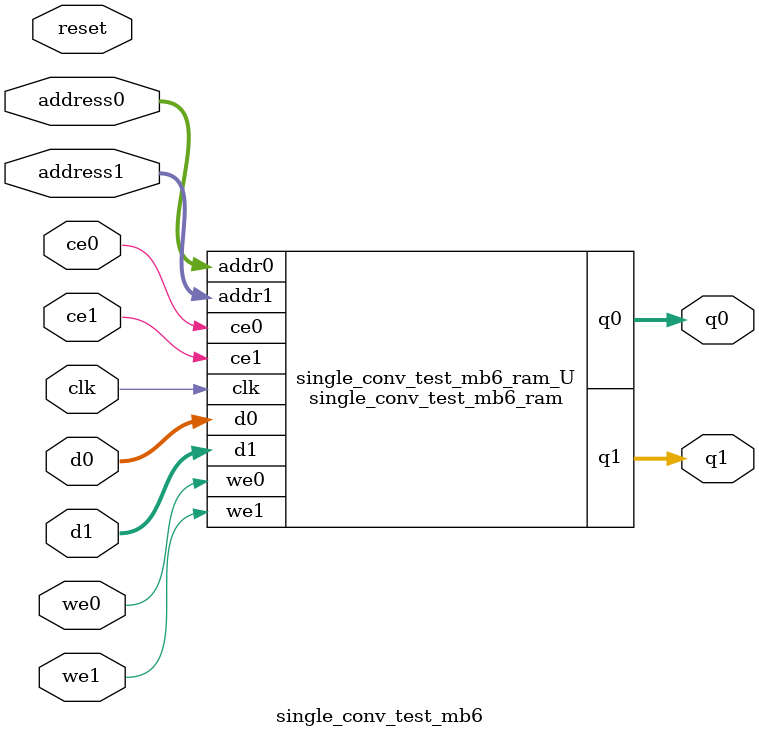
<source format=v>
`timescale 1 ns / 1 ps
module single_conv_test_mb6_ram (addr0, ce0, d0, we0, q0, addr1, ce1, d1, we1, q1,  clk);

parameter DWIDTH = 32;
parameter AWIDTH = 6;
parameter MEM_SIZE = 64;

input[AWIDTH-1:0] addr0;
input ce0;
input[DWIDTH-1:0] d0;
input we0;
output reg[DWIDTH-1:0] q0;
input[AWIDTH-1:0] addr1;
input ce1;
input[DWIDTH-1:0] d1;
input we1;
output reg[DWIDTH-1:0] q1;
input clk;

(* ram_style = "block" *)reg [DWIDTH-1:0] ram[0:MEM_SIZE-1];




always @(posedge clk)  
begin 
    if (ce0) 
    begin
        if (we0) 
        begin 
            ram[addr0] <= d0; 
        end 
        q0 <= ram[addr0];
    end
end


always @(posedge clk)  
begin 
    if (ce1) 
    begin
        if (we1) 
        begin 
            ram[addr1] <= d1; 
        end 
        q1 <= ram[addr1];
    end
end


endmodule

`timescale 1 ns / 1 ps
module single_conv_test_mb6(
    reset,
    clk,
    address0,
    ce0,
    we0,
    d0,
    q0,
    address1,
    ce1,
    we1,
    d1,
    q1);

parameter DataWidth = 32'd32;
parameter AddressRange = 32'd64;
parameter AddressWidth = 32'd6;
input reset;
input clk;
input[AddressWidth - 1:0] address0;
input ce0;
input we0;
input[DataWidth - 1:0] d0;
output[DataWidth - 1:0] q0;
input[AddressWidth - 1:0] address1;
input ce1;
input we1;
input[DataWidth - 1:0] d1;
output[DataWidth - 1:0] q1;



single_conv_test_mb6_ram single_conv_test_mb6_ram_U(
    .clk( clk ),
    .addr0( address0 ),
    .ce0( ce0 ),
    .we0( we0 ),
    .d0( d0 ),
    .q0( q0 ),
    .addr1( address1 ),
    .ce1( ce1 ),
    .we1( we1 ),
    .d1( d1 ),
    .q1( q1 ));

endmodule


</source>
